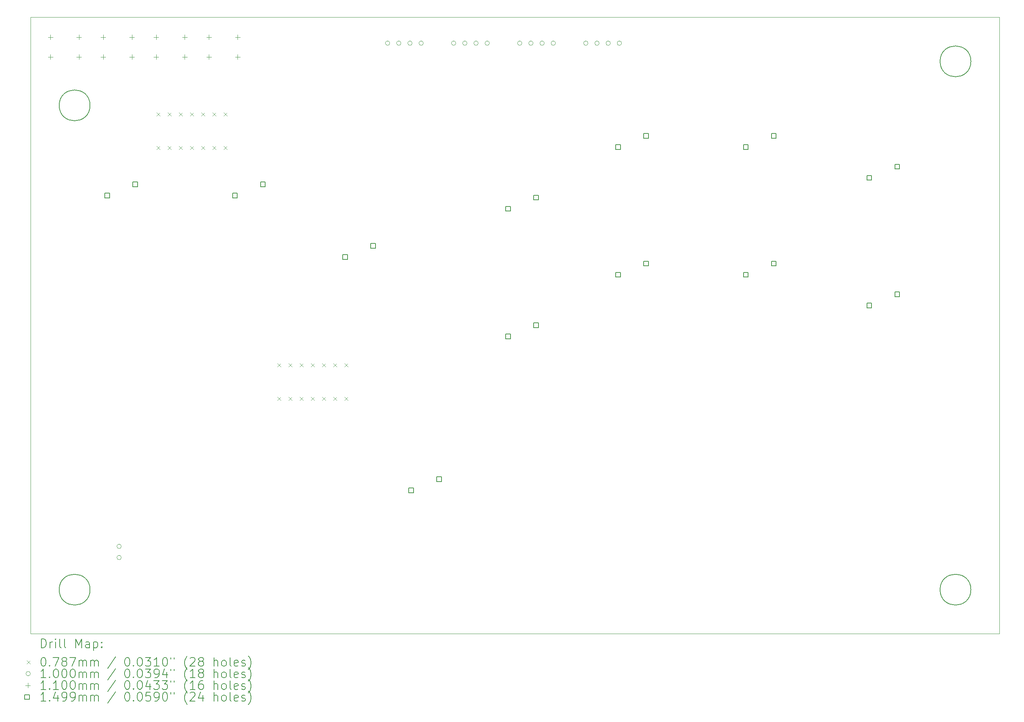
<source format=gbr>
%TF.GenerationSoftware,KiCad,Pcbnew,7.0.2*%
%TF.CreationDate,2023-06-15T01:27:32-07:00*%
%TF.ProjectId,DS5,4453352e-6b69-4636-9164-5f7063625858,rev?*%
%TF.SameCoordinates,Original*%
%TF.FileFunction,Drillmap*%
%TF.FilePolarity,Positive*%
%FSLAX45Y45*%
G04 Gerber Fmt 4.5, Leading zero omitted, Abs format (unit mm)*
G04 Created by KiCad (PCBNEW 7.0.2) date 2023-06-15 01:27:32*
%MOMM*%
%LPD*%
G01*
G04 APERTURE LIST*
%ADD10C,0.150000*%
%ADD11C,0.100000*%
%ADD12C,0.200000*%
%ADD13C,0.078740*%
%ADD14C,0.110000*%
%ADD15C,0.149860*%
G04 APERTURE END LIST*
D10*
X3150000Y-3700000D02*
G75*
G03*
X3150000Y-3700000I-350000J0D01*
G01*
X3150000Y-14700000D02*
G75*
G03*
X3150000Y-14700000I-350000J0D01*
G01*
X23150000Y-14700000D02*
G75*
G03*
X23150000Y-14700000I-350000J0D01*
G01*
X23150000Y-2700000D02*
G75*
G03*
X23150000Y-2700000I-350000J0D01*
G01*
D11*
X1800000Y-1700000D02*
X23800000Y-1700000D01*
X23800000Y-15700000D01*
X1800000Y-15700000D01*
X1800000Y-1700000D01*
D12*
D13*
X4660630Y-3860630D02*
X4739370Y-3939370D01*
X4739370Y-3860630D02*
X4660630Y-3939370D01*
X4660630Y-4622630D02*
X4739370Y-4701370D01*
X4739370Y-4622630D02*
X4660630Y-4701370D01*
X4914630Y-3860630D02*
X4993370Y-3939370D01*
X4993370Y-3860630D02*
X4914630Y-3939370D01*
X4914630Y-4622630D02*
X4993370Y-4701370D01*
X4993370Y-4622630D02*
X4914630Y-4701370D01*
X5168630Y-3860630D02*
X5247370Y-3939370D01*
X5247370Y-3860630D02*
X5168630Y-3939370D01*
X5168630Y-4622630D02*
X5247370Y-4701370D01*
X5247370Y-4622630D02*
X5168630Y-4701370D01*
X5422630Y-3860630D02*
X5501370Y-3939370D01*
X5501370Y-3860630D02*
X5422630Y-3939370D01*
X5422630Y-4622630D02*
X5501370Y-4701370D01*
X5501370Y-4622630D02*
X5422630Y-4701370D01*
X5676630Y-3860630D02*
X5755370Y-3939370D01*
X5755370Y-3860630D02*
X5676630Y-3939370D01*
X5676630Y-4622630D02*
X5755370Y-4701370D01*
X5755370Y-4622630D02*
X5676630Y-4701370D01*
X5930630Y-3860630D02*
X6009370Y-3939370D01*
X6009370Y-3860630D02*
X5930630Y-3939370D01*
X5930630Y-4622630D02*
X6009370Y-4701370D01*
X6009370Y-4622630D02*
X5930630Y-4701370D01*
X6184630Y-3860630D02*
X6263370Y-3939370D01*
X6263370Y-3860630D02*
X6184630Y-3939370D01*
X6184630Y-4622630D02*
X6263370Y-4701370D01*
X6263370Y-4622630D02*
X6184630Y-4701370D01*
X7406630Y-9560630D02*
X7485370Y-9639370D01*
X7485370Y-9560630D02*
X7406630Y-9639370D01*
X7406630Y-10322630D02*
X7485370Y-10401370D01*
X7485370Y-10322630D02*
X7406630Y-10401370D01*
X7660630Y-9560630D02*
X7739370Y-9639370D01*
X7739370Y-9560630D02*
X7660630Y-9639370D01*
X7660630Y-10322630D02*
X7739370Y-10401370D01*
X7739370Y-10322630D02*
X7660630Y-10401370D01*
X7914630Y-9560630D02*
X7993370Y-9639370D01*
X7993370Y-9560630D02*
X7914630Y-9639370D01*
X7914630Y-10322630D02*
X7993370Y-10401370D01*
X7993370Y-10322630D02*
X7914630Y-10401370D01*
X8168630Y-9560630D02*
X8247370Y-9639370D01*
X8247370Y-9560630D02*
X8168630Y-9639370D01*
X8168630Y-10322630D02*
X8247370Y-10401370D01*
X8247370Y-10322630D02*
X8168630Y-10401370D01*
X8422630Y-9560630D02*
X8501370Y-9639370D01*
X8501370Y-9560630D02*
X8422630Y-9639370D01*
X8422630Y-10322630D02*
X8501370Y-10401370D01*
X8501370Y-10322630D02*
X8422630Y-10401370D01*
X8676630Y-9560630D02*
X8755370Y-9639370D01*
X8755370Y-9560630D02*
X8676630Y-9639370D01*
X8676630Y-10322630D02*
X8755370Y-10401370D01*
X8755370Y-10322630D02*
X8676630Y-10401370D01*
X8930630Y-9560630D02*
X9009370Y-9639370D01*
X9009370Y-9560630D02*
X8930630Y-9639370D01*
X8930630Y-10322630D02*
X9009370Y-10401370D01*
X9009370Y-10322630D02*
X8930630Y-10401370D01*
D11*
X3860000Y-13716000D02*
G75*
G03*
X3860000Y-13716000I-50000J0D01*
G01*
X3860000Y-13970000D02*
G75*
G03*
X3860000Y-13970000I-50000J0D01*
G01*
X9956000Y-2286000D02*
G75*
G03*
X9956000Y-2286000I-50000J0D01*
G01*
X10210000Y-2286000D02*
G75*
G03*
X10210000Y-2286000I-50000J0D01*
G01*
X10464000Y-2286000D02*
G75*
G03*
X10464000Y-2286000I-50000J0D01*
G01*
X10718000Y-2286000D02*
G75*
G03*
X10718000Y-2286000I-50000J0D01*
G01*
X11456000Y-2286000D02*
G75*
G03*
X11456000Y-2286000I-50000J0D01*
G01*
X11710000Y-2286000D02*
G75*
G03*
X11710000Y-2286000I-50000J0D01*
G01*
X11964000Y-2286000D02*
G75*
G03*
X11964000Y-2286000I-50000J0D01*
G01*
X12218000Y-2286000D02*
G75*
G03*
X12218000Y-2286000I-50000J0D01*
G01*
X12956000Y-2286000D02*
G75*
G03*
X12956000Y-2286000I-50000J0D01*
G01*
X13210000Y-2286000D02*
G75*
G03*
X13210000Y-2286000I-50000J0D01*
G01*
X13464000Y-2286000D02*
G75*
G03*
X13464000Y-2286000I-50000J0D01*
G01*
X13718000Y-2286000D02*
G75*
G03*
X13718000Y-2286000I-50000J0D01*
G01*
X14456000Y-2286000D02*
G75*
G03*
X14456000Y-2286000I-50000J0D01*
G01*
X14710000Y-2286000D02*
G75*
G03*
X14710000Y-2286000I-50000J0D01*
G01*
X14964000Y-2286000D02*
G75*
G03*
X14964000Y-2286000I-50000J0D01*
G01*
X15218000Y-2286000D02*
G75*
G03*
X15218000Y-2286000I-50000J0D01*
G01*
D14*
X2250000Y-2095000D02*
X2250000Y-2205000D01*
X2195000Y-2150000D02*
X2305000Y-2150000D01*
X2250000Y-2545000D02*
X2250000Y-2655000D01*
X2195000Y-2600000D02*
X2305000Y-2600000D01*
X2900000Y-2095000D02*
X2900000Y-2205000D01*
X2845000Y-2150000D02*
X2955000Y-2150000D01*
X2900000Y-2545000D02*
X2900000Y-2655000D01*
X2845000Y-2600000D02*
X2955000Y-2600000D01*
X3450000Y-2095000D02*
X3450000Y-2205000D01*
X3395000Y-2150000D02*
X3505000Y-2150000D01*
X3450000Y-2545000D02*
X3450000Y-2655000D01*
X3395000Y-2600000D02*
X3505000Y-2600000D01*
X4100000Y-2095000D02*
X4100000Y-2205000D01*
X4045000Y-2150000D02*
X4155000Y-2150000D01*
X4100000Y-2545000D02*
X4100000Y-2655000D01*
X4045000Y-2600000D02*
X4155000Y-2600000D01*
X4650000Y-2095000D02*
X4650000Y-2205000D01*
X4595000Y-2150000D02*
X4705000Y-2150000D01*
X4650000Y-2545000D02*
X4650000Y-2655000D01*
X4595000Y-2600000D02*
X4705000Y-2600000D01*
X5300000Y-2095000D02*
X5300000Y-2205000D01*
X5245000Y-2150000D02*
X5355000Y-2150000D01*
X5300000Y-2545000D02*
X5300000Y-2655000D01*
X5245000Y-2600000D02*
X5355000Y-2600000D01*
X5850000Y-2095000D02*
X5850000Y-2205000D01*
X5795000Y-2150000D02*
X5905000Y-2150000D01*
X5850000Y-2545000D02*
X5850000Y-2655000D01*
X5795000Y-2600000D02*
X5905000Y-2600000D01*
X6500000Y-2095000D02*
X6500000Y-2205000D01*
X6445000Y-2150000D02*
X6555000Y-2150000D01*
X6500000Y-2545000D02*
X6500000Y-2655000D01*
X6445000Y-2600000D02*
X6555000Y-2600000D01*
D15*
X3592984Y-5798984D02*
X3592984Y-5693016D01*
X3487016Y-5693016D01*
X3487016Y-5798984D01*
X3592984Y-5798984D01*
X4227984Y-5544984D02*
X4227984Y-5439016D01*
X4122016Y-5439016D01*
X4122016Y-5544984D01*
X4227984Y-5544984D01*
X6492984Y-5798984D02*
X6492984Y-5693016D01*
X6387016Y-5693016D01*
X6387016Y-5798984D01*
X6492984Y-5798984D01*
X7127984Y-5544984D02*
X7127984Y-5439016D01*
X7022016Y-5439016D01*
X7022016Y-5544984D01*
X7127984Y-5544984D01*
X8992984Y-7198984D02*
X8992984Y-7093016D01*
X8887016Y-7093016D01*
X8887016Y-7198984D01*
X8992984Y-7198984D01*
X9627984Y-6944984D02*
X9627984Y-6839016D01*
X9522016Y-6839016D01*
X9522016Y-6944984D01*
X9627984Y-6944984D01*
X10492984Y-12498984D02*
X10492984Y-12393016D01*
X10387016Y-12393016D01*
X10387016Y-12498984D01*
X10492984Y-12498984D01*
X11127984Y-12244984D02*
X11127984Y-12139016D01*
X11022016Y-12139016D01*
X11022016Y-12244984D01*
X11127984Y-12244984D01*
X12692984Y-6098984D02*
X12692984Y-5993016D01*
X12587016Y-5993016D01*
X12587016Y-6098984D01*
X12692984Y-6098984D01*
X12692984Y-8998984D02*
X12692984Y-8893016D01*
X12587016Y-8893016D01*
X12587016Y-8998984D01*
X12692984Y-8998984D01*
X13327984Y-5844984D02*
X13327984Y-5739016D01*
X13222016Y-5739016D01*
X13222016Y-5844984D01*
X13327984Y-5844984D01*
X13327984Y-8744984D02*
X13327984Y-8639016D01*
X13222016Y-8639016D01*
X13222016Y-8744984D01*
X13327984Y-8744984D01*
X15192984Y-4698984D02*
X15192984Y-4593016D01*
X15087016Y-4593016D01*
X15087016Y-4698984D01*
X15192984Y-4698984D01*
X15192984Y-7598984D02*
X15192984Y-7493016D01*
X15087016Y-7493016D01*
X15087016Y-7598984D01*
X15192984Y-7598984D01*
X15827984Y-4444984D02*
X15827984Y-4339016D01*
X15722016Y-4339016D01*
X15722016Y-4444984D01*
X15827984Y-4444984D01*
X15827984Y-7344984D02*
X15827984Y-7239016D01*
X15722016Y-7239016D01*
X15722016Y-7344984D01*
X15827984Y-7344984D01*
X18092984Y-4698984D02*
X18092984Y-4593016D01*
X17987016Y-4593016D01*
X17987016Y-4698984D01*
X18092984Y-4698984D01*
X18092984Y-7598984D02*
X18092984Y-7493016D01*
X17987016Y-7493016D01*
X17987016Y-7598984D01*
X18092984Y-7598984D01*
X18727984Y-4444984D02*
X18727984Y-4339016D01*
X18622016Y-4339016D01*
X18622016Y-4444984D01*
X18727984Y-4444984D01*
X18727984Y-7344984D02*
X18727984Y-7239016D01*
X18622016Y-7239016D01*
X18622016Y-7344984D01*
X18727984Y-7344984D01*
X20892984Y-5398984D02*
X20892984Y-5293016D01*
X20787016Y-5293016D01*
X20787016Y-5398984D01*
X20892984Y-5398984D01*
X20892984Y-8298984D02*
X20892984Y-8193016D01*
X20787016Y-8193016D01*
X20787016Y-8298984D01*
X20892984Y-8298984D01*
X21527984Y-5144984D02*
X21527984Y-5039016D01*
X21422016Y-5039016D01*
X21422016Y-5144984D01*
X21527984Y-5144984D01*
X21527984Y-8044984D02*
X21527984Y-7939016D01*
X21422016Y-7939016D01*
X21422016Y-8044984D01*
X21527984Y-8044984D01*
D12*
X2042619Y-16017524D02*
X2042619Y-15817524D01*
X2042619Y-15817524D02*
X2090238Y-15817524D01*
X2090238Y-15817524D02*
X2118810Y-15827048D01*
X2118810Y-15827048D02*
X2137857Y-15846095D01*
X2137857Y-15846095D02*
X2147381Y-15865143D01*
X2147381Y-15865143D02*
X2156905Y-15903238D01*
X2156905Y-15903238D02*
X2156905Y-15931809D01*
X2156905Y-15931809D02*
X2147381Y-15969905D01*
X2147381Y-15969905D02*
X2137857Y-15988952D01*
X2137857Y-15988952D02*
X2118810Y-16008000D01*
X2118810Y-16008000D02*
X2090238Y-16017524D01*
X2090238Y-16017524D02*
X2042619Y-16017524D01*
X2242619Y-16017524D02*
X2242619Y-15884190D01*
X2242619Y-15922286D02*
X2252143Y-15903238D01*
X2252143Y-15903238D02*
X2261667Y-15893714D01*
X2261667Y-15893714D02*
X2280714Y-15884190D01*
X2280714Y-15884190D02*
X2299762Y-15884190D01*
X2366429Y-16017524D02*
X2366429Y-15884190D01*
X2366429Y-15817524D02*
X2356905Y-15827048D01*
X2356905Y-15827048D02*
X2366429Y-15836571D01*
X2366429Y-15836571D02*
X2375952Y-15827048D01*
X2375952Y-15827048D02*
X2366429Y-15817524D01*
X2366429Y-15817524D02*
X2366429Y-15836571D01*
X2490238Y-16017524D02*
X2471190Y-16008000D01*
X2471190Y-16008000D02*
X2461667Y-15988952D01*
X2461667Y-15988952D02*
X2461667Y-15817524D01*
X2595000Y-16017524D02*
X2575952Y-16008000D01*
X2575952Y-16008000D02*
X2566429Y-15988952D01*
X2566429Y-15988952D02*
X2566429Y-15817524D01*
X2823571Y-16017524D02*
X2823571Y-15817524D01*
X2823571Y-15817524D02*
X2890238Y-15960381D01*
X2890238Y-15960381D02*
X2956905Y-15817524D01*
X2956905Y-15817524D02*
X2956905Y-16017524D01*
X3137857Y-16017524D02*
X3137857Y-15912762D01*
X3137857Y-15912762D02*
X3128333Y-15893714D01*
X3128333Y-15893714D02*
X3109286Y-15884190D01*
X3109286Y-15884190D02*
X3071190Y-15884190D01*
X3071190Y-15884190D02*
X3052143Y-15893714D01*
X3137857Y-16008000D02*
X3118809Y-16017524D01*
X3118809Y-16017524D02*
X3071190Y-16017524D01*
X3071190Y-16017524D02*
X3052143Y-16008000D01*
X3052143Y-16008000D02*
X3042619Y-15988952D01*
X3042619Y-15988952D02*
X3042619Y-15969905D01*
X3042619Y-15969905D02*
X3052143Y-15950857D01*
X3052143Y-15950857D02*
X3071190Y-15941333D01*
X3071190Y-15941333D02*
X3118809Y-15941333D01*
X3118809Y-15941333D02*
X3137857Y-15931809D01*
X3233095Y-15884190D02*
X3233095Y-16084190D01*
X3233095Y-15893714D02*
X3252143Y-15884190D01*
X3252143Y-15884190D02*
X3290238Y-15884190D01*
X3290238Y-15884190D02*
X3309286Y-15893714D01*
X3309286Y-15893714D02*
X3318809Y-15903238D01*
X3318809Y-15903238D02*
X3328333Y-15922286D01*
X3328333Y-15922286D02*
X3328333Y-15979428D01*
X3328333Y-15979428D02*
X3318809Y-15998476D01*
X3318809Y-15998476D02*
X3309286Y-16008000D01*
X3309286Y-16008000D02*
X3290238Y-16017524D01*
X3290238Y-16017524D02*
X3252143Y-16017524D01*
X3252143Y-16017524D02*
X3233095Y-16008000D01*
X3414048Y-15998476D02*
X3423571Y-16008000D01*
X3423571Y-16008000D02*
X3414048Y-16017524D01*
X3414048Y-16017524D02*
X3404524Y-16008000D01*
X3404524Y-16008000D02*
X3414048Y-15998476D01*
X3414048Y-15998476D02*
X3414048Y-16017524D01*
X3414048Y-15893714D02*
X3423571Y-15903238D01*
X3423571Y-15903238D02*
X3414048Y-15912762D01*
X3414048Y-15912762D02*
X3404524Y-15903238D01*
X3404524Y-15903238D02*
X3414048Y-15893714D01*
X3414048Y-15893714D02*
X3414048Y-15912762D01*
D13*
X1716260Y-16305630D02*
X1795000Y-16384370D01*
X1795000Y-16305630D02*
X1716260Y-16384370D01*
D12*
X2080714Y-16237524D02*
X2099762Y-16237524D01*
X2099762Y-16237524D02*
X2118810Y-16247048D01*
X2118810Y-16247048D02*
X2128333Y-16256571D01*
X2128333Y-16256571D02*
X2137857Y-16275619D01*
X2137857Y-16275619D02*
X2147381Y-16313714D01*
X2147381Y-16313714D02*
X2147381Y-16361333D01*
X2147381Y-16361333D02*
X2137857Y-16399428D01*
X2137857Y-16399428D02*
X2128333Y-16418476D01*
X2128333Y-16418476D02*
X2118810Y-16428000D01*
X2118810Y-16428000D02*
X2099762Y-16437524D01*
X2099762Y-16437524D02*
X2080714Y-16437524D01*
X2080714Y-16437524D02*
X2061667Y-16428000D01*
X2061667Y-16428000D02*
X2052143Y-16418476D01*
X2052143Y-16418476D02*
X2042619Y-16399428D01*
X2042619Y-16399428D02*
X2033095Y-16361333D01*
X2033095Y-16361333D02*
X2033095Y-16313714D01*
X2033095Y-16313714D02*
X2042619Y-16275619D01*
X2042619Y-16275619D02*
X2052143Y-16256571D01*
X2052143Y-16256571D02*
X2061667Y-16247048D01*
X2061667Y-16247048D02*
X2080714Y-16237524D01*
X2233095Y-16418476D02*
X2242619Y-16428000D01*
X2242619Y-16428000D02*
X2233095Y-16437524D01*
X2233095Y-16437524D02*
X2223571Y-16428000D01*
X2223571Y-16428000D02*
X2233095Y-16418476D01*
X2233095Y-16418476D02*
X2233095Y-16437524D01*
X2309286Y-16237524D02*
X2442619Y-16237524D01*
X2442619Y-16237524D02*
X2356905Y-16437524D01*
X2547381Y-16323238D02*
X2528333Y-16313714D01*
X2528333Y-16313714D02*
X2518810Y-16304190D01*
X2518810Y-16304190D02*
X2509286Y-16285143D01*
X2509286Y-16285143D02*
X2509286Y-16275619D01*
X2509286Y-16275619D02*
X2518810Y-16256571D01*
X2518810Y-16256571D02*
X2528333Y-16247048D01*
X2528333Y-16247048D02*
X2547381Y-16237524D01*
X2547381Y-16237524D02*
X2585476Y-16237524D01*
X2585476Y-16237524D02*
X2604524Y-16247048D01*
X2604524Y-16247048D02*
X2614048Y-16256571D01*
X2614048Y-16256571D02*
X2623571Y-16275619D01*
X2623571Y-16275619D02*
X2623571Y-16285143D01*
X2623571Y-16285143D02*
X2614048Y-16304190D01*
X2614048Y-16304190D02*
X2604524Y-16313714D01*
X2604524Y-16313714D02*
X2585476Y-16323238D01*
X2585476Y-16323238D02*
X2547381Y-16323238D01*
X2547381Y-16323238D02*
X2528333Y-16332762D01*
X2528333Y-16332762D02*
X2518810Y-16342286D01*
X2518810Y-16342286D02*
X2509286Y-16361333D01*
X2509286Y-16361333D02*
X2509286Y-16399428D01*
X2509286Y-16399428D02*
X2518810Y-16418476D01*
X2518810Y-16418476D02*
X2528333Y-16428000D01*
X2528333Y-16428000D02*
X2547381Y-16437524D01*
X2547381Y-16437524D02*
X2585476Y-16437524D01*
X2585476Y-16437524D02*
X2604524Y-16428000D01*
X2604524Y-16428000D02*
X2614048Y-16418476D01*
X2614048Y-16418476D02*
X2623571Y-16399428D01*
X2623571Y-16399428D02*
X2623571Y-16361333D01*
X2623571Y-16361333D02*
X2614048Y-16342286D01*
X2614048Y-16342286D02*
X2604524Y-16332762D01*
X2604524Y-16332762D02*
X2585476Y-16323238D01*
X2690238Y-16237524D02*
X2823571Y-16237524D01*
X2823571Y-16237524D02*
X2737857Y-16437524D01*
X2899762Y-16437524D02*
X2899762Y-16304190D01*
X2899762Y-16323238D02*
X2909286Y-16313714D01*
X2909286Y-16313714D02*
X2928333Y-16304190D01*
X2928333Y-16304190D02*
X2956905Y-16304190D01*
X2956905Y-16304190D02*
X2975952Y-16313714D01*
X2975952Y-16313714D02*
X2985476Y-16332762D01*
X2985476Y-16332762D02*
X2985476Y-16437524D01*
X2985476Y-16332762D02*
X2995000Y-16313714D01*
X2995000Y-16313714D02*
X3014048Y-16304190D01*
X3014048Y-16304190D02*
X3042619Y-16304190D01*
X3042619Y-16304190D02*
X3061667Y-16313714D01*
X3061667Y-16313714D02*
X3071190Y-16332762D01*
X3071190Y-16332762D02*
X3071190Y-16437524D01*
X3166429Y-16437524D02*
X3166429Y-16304190D01*
X3166429Y-16323238D02*
X3175952Y-16313714D01*
X3175952Y-16313714D02*
X3195000Y-16304190D01*
X3195000Y-16304190D02*
X3223571Y-16304190D01*
X3223571Y-16304190D02*
X3242619Y-16313714D01*
X3242619Y-16313714D02*
X3252143Y-16332762D01*
X3252143Y-16332762D02*
X3252143Y-16437524D01*
X3252143Y-16332762D02*
X3261667Y-16313714D01*
X3261667Y-16313714D02*
X3280714Y-16304190D01*
X3280714Y-16304190D02*
X3309286Y-16304190D01*
X3309286Y-16304190D02*
X3328333Y-16313714D01*
X3328333Y-16313714D02*
X3337857Y-16332762D01*
X3337857Y-16332762D02*
X3337857Y-16437524D01*
X3728333Y-16228000D02*
X3556905Y-16485143D01*
X3985476Y-16237524D02*
X4004524Y-16237524D01*
X4004524Y-16237524D02*
X4023572Y-16247048D01*
X4023572Y-16247048D02*
X4033095Y-16256571D01*
X4033095Y-16256571D02*
X4042619Y-16275619D01*
X4042619Y-16275619D02*
X4052143Y-16313714D01*
X4052143Y-16313714D02*
X4052143Y-16361333D01*
X4052143Y-16361333D02*
X4042619Y-16399428D01*
X4042619Y-16399428D02*
X4033095Y-16418476D01*
X4033095Y-16418476D02*
X4023572Y-16428000D01*
X4023572Y-16428000D02*
X4004524Y-16437524D01*
X4004524Y-16437524D02*
X3985476Y-16437524D01*
X3985476Y-16437524D02*
X3966429Y-16428000D01*
X3966429Y-16428000D02*
X3956905Y-16418476D01*
X3956905Y-16418476D02*
X3947381Y-16399428D01*
X3947381Y-16399428D02*
X3937857Y-16361333D01*
X3937857Y-16361333D02*
X3937857Y-16313714D01*
X3937857Y-16313714D02*
X3947381Y-16275619D01*
X3947381Y-16275619D02*
X3956905Y-16256571D01*
X3956905Y-16256571D02*
X3966429Y-16247048D01*
X3966429Y-16247048D02*
X3985476Y-16237524D01*
X4137857Y-16418476D02*
X4147381Y-16428000D01*
X4147381Y-16428000D02*
X4137857Y-16437524D01*
X4137857Y-16437524D02*
X4128333Y-16428000D01*
X4128333Y-16428000D02*
X4137857Y-16418476D01*
X4137857Y-16418476D02*
X4137857Y-16437524D01*
X4271191Y-16237524D02*
X4290238Y-16237524D01*
X4290238Y-16237524D02*
X4309286Y-16247048D01*
X4309286Y-16247048D02*
X4318810Y-16256571D01*
X4318810Y-16256571D02*
X4328334Y-16275619D01*
X4328334Y-16275619D02*
X4337857Y-16313714D01*
X4337857Y-16313714D02*
X4337857Y-16361333D01*
X4337857Y-16361333D02*
X4328334Y-16399428D01*
X4328334Y-16399428D02*
X4318810Y-16418476D01*
X4318810Y-16418476D02*
X4309286Y-16428000D01*
X4309286Y-16428000D02*
X4290238Y-16437524D01*
X4290238Y-16437524D02*
X4271191Y-16437524D01*
X4271191Y-16437524D02*
X4252143Y-16428000D01*
X4252143Y-16428000D02*
X4242619Y-16418476D01*
X4242619Y-16418476D02*
X4233095Y-16399428D01*
X4233095Y-16399428D02*
X4223572Y-16361333D01*
X4223572Y-16361333D02*
X4223572Y-16313714D01*
X4223572Y-16313714D02*
X4233095Y-16275619D01*
X4233095Y-16275619D02*
X4242619Y-16256571D01*
X4242619Y-16256571D02*
X4252143Y-16247048D01*
X4252143Y-16247048D02*
X4271191Y-16237524D01*
X4404524Y-16237524D02*
X4528334Y-16237524D01*
X4528334Y-16237524D02*
X4461667Y-16313714D01*
X4461667Y-16313714D02*
X4490238Y-16313714D01*
X4490238Y-16313714D02*
X4509286Y-16323238D01*
X4509286Y-16323238D02*
X4518810Y-16332762D01*
X4518810Y-16332762D02*
X4528334Y-16351809D01*
X4528334Y-16351809D02*
X4528334Y-16399428D01*
X4528334Y-16399428D02*
X4518810Y-16418476D01*
X4518810Y-16418476D02*
X4509286Y-16428000D01*
X4509286Y-16428000D02*
X4490238Y-16437524D01*
X4490238Y-16437524D02*
X4433095Y-16437524D01*
X4433095Y-16437524D02*
X4414048Y-16428000D01*
X4414048Y-16428000D02*
X4404524Y-16418476D01*
X4718810Y-16437524D02*
X4604524Y-16437524D01*
X4661667Y-16437524D02*
X4661667Y-16237524D01*
X4661667Y-16237524D02*
X4642619Y-16266095D01*
X4642619Y-16266095D02*
X4623572Y-16285143D01*
X4623572Y-16285143D02*
X4604524Y-16294667D01*
X4842619Y-16237524D02*
X4861667Y-16237524D01*
X4861667Y-16237524D02*
X4880715Y-16247048D01*
X4880715Y-16247048D02*
X4890238Y-16256571D01*
X4890238Y-16256571D02*
X4899762Y-16275619D01*
X4899762Y-16275619D02*
X4909286Y-16313714D01*
X4909286Y-16313714D02*
X4909286Y-16361333D01*
X4909286Y-16361333D02*
X4899762Y-16399428D01*
X4899762Y-16399428D02*
X4890238Y-16418476D01*
X4890238Y-16418476D02*
X4880715Y-16428000D01*
X4880715Y-16428000D02*
X4861667Y-16437524D01*
X4861667Y-16437524D02*
X4842619Y-16437524D01*
X4842619Y-16437524D02*
X4823572Y-16428000D01*
X4823572Y-16428000D02*
X4814048Y-16418476D01*
X4814048Y-16418476D02*
X4804524Y-16399428D01*
X4804524Y-16399428D02*
X4795000Y-16361333D01*
X4795000Y-16361333D02*
X4795000Y-16313714D01*
X4795000Y-16313714D02*
X4804524Y-16275619D01*
X4804524Y-16275619D02*
X4814048Y-16256571D01*
X4814048Y-16256571D02*
X4823572Y-16247048D01*
X4823572Y-16247048D02*
X4842619Y-16237524D01*
X4985476Y-16237524D02*
X4985476Y-16275619D01*
X5061667Y-16237524D02*
X5061667Y-16275619D01*
X5356905Y-16513714D02*
X5347381Y-16504190D01*
X5347381Y-16504190D02*
X5328334Y-16475619D01*
X5328334Y-16475619D02*
X5318810Y-16456571D01*
X5318810Y-16456571D02*
X5309286Y-16428000D01*
X5309286Y-16428000D02*
X5299762Y-16380381D01*
X5299762Y-16380381D02*
X5299762Y-16342286D01*
X5299762Y-16342286D02*
X5309286Y-16294667D01*
X5309286Y-16294667D02*
X5318810Y-16266095D01*
X5318810Y-16266095D02*
X5328334Y-16247048D01*
X5328334Y-16247048D02*
X5347381Y-16218476D01*
X5347381Y-16218476D02*
X5356905Y-16208952D01*
X5423572Y-16256571D02*
X5433096Y-16247048D01*
X5433096Y-16247048D02*
X5452143Y-16237524D01*
X5452143Y-16237524D02*
X5499762Y-16237524D01*
X5499762Y-16237524D02*
X5518810Y-16247048D01*
X5518810Y-16247048D02*
X5528334Y-16256571D01*
X5528334Y-16256571D02*
X5537857Y-16275619D01*
X5537857Y-16275619D02*
X5537857Y-16294667D01*
X5537857Y-16294667D02*
X5528334Y-16323238D01*
X5528334Y-16323238D02*
X5414048Y-16437524D01*
X5414048Y-16437524D02*
X5537857Y-16437524D01*
X5652143Y-16323238D02*
X5633095Y-16313714D01*
X5633095Y-16313714D02*
X5623572Y-16304190D01*
X5623572Y-16304190D02*
X5614048Y-16285143D01*
X5614048Y-16285143D02*
X5614048Y-16275619D01*
X5614048Y-16275619D02*
X5623572Y-16256571D01*
X5623572Y-16256571D02*
X5633095Y-16247048D01*
X5633095Y-16247048D02*
X5652143Y-16237524D01*
X5652143Y-16237524D02*
X5690238Y-16237524D01*
X5690238Y-16237524D02*
X5709286Y-16247048D01*
X5709286Y-16247048D02*
X5718810Y-16256571D01*
X5718810Y-16256571D02*
X5728334Y-16275619D01*
X5728334Y-16275619D02*
X5728334Y-16285143D01*
X5728334Y-16285143D02*
X5718810Y-16304190D01*
X5718810Y-16304190D02*
X5709286Y-16313714D01*
X5709286Y-16313714D02*
X5690238Y-16323238D01*
X5690238Y-16323238D02*
X5652143Y-16323238D01*
X5652143Y-16323238D02*
X5633095Y-16332762D01*
X5633095Y-16332762D02*
X5623572Y-16342286D01*
X5623572Y-16342286D02*
X5614048Y-16361333D01*
X5614048Y-16361333D02*
X5614048Y-16399428D01*
X5614048Y-16399428D02*
X5623572Y-16418476D01*
X5623572Y-16418476D02*
X5633095Y-16428000D01*
X5633095Y-16428000D02*
X5652143Y-16437524D01*
X5652143Y-16437524D02*
X5690238Y-16437524D01*
X5690238Y-16437524D02*
X5709286Y-16428000D01*
X5709286Y-16428000D02*
X5718810Y-16418476D01*
X5718810Y-16418476D02*
X5728334Y-16399428D01*
X5728334Y-16399428D02*
X5728334Y-16361333D01*
X5728334Y-16361333D02*
X5718810Y-16342286D01*
X5718810Y-16342286D02*
X5709286Y-16332762D01*
X5709286Y-16332762D02*
X5690238Y-16323238D01*
X5966429Y-16437524D02*
X5966429Y-16237524D01*
X6052143Y-16437524D02*
X6052143Y-16332762D01*
X6052143Y-16332762D02*
X6042619Y-16313714D01*
X6042619Y-16313714D02*
X6023572Y-16304190D01*
X6023572Y-16304190D02*
X5995000Y-16304190D01*
X5995000Y-16304190D02*
X5975953Y-16313714D01*
X5975953Y-16313714D02*
X5966429Y-16323238D01*
X6175953Y-16437524D02*
X6156905Y-16428000D01*
X6156905Y-16428000D02*
X6147381Y-16418476D01*
X6147381Y-16418476D02*
X6137857Y-16399428D01*
X6137857Y-16399428D02*
X6137857Y-16342286D01*
X6137857Y-16342286D02*
X6147381Y-16323238D01*
X6147381Y-16323238D02*
X6156905Y-16313714D01*
X6156905Y-16313714D02*
X6175953Y-16304190D01*
X6175953Y-16304190D02*
X6204524Y-16304190D01*
X6204524Y-16304190D02*
X6223572Y-16313714D01*
X6223572Y-16313714D02*
X6233096Y-16323238D01*
X6233096Y-16323238D02*
X6242619Y-16342286D01*
X6242619Y-16342286D02*
X6242619Y-16399428D01*
X6242619Y-16399428D02*
X6233096Y-16418476D01*
X6233096Y-16418476D02*
X6223572Y-16428000D01*
X6223572Y-16428000D02*
X6204524Y-16437524D01*
X6204524Y-16437524D02*
X6175953Y-16437524D01*
X6356905Y-16437524D02*
X6337857Y-16428000D01*
X6337857Y-16428000D02*
X6328334Y-16408952D01*
X6328334Y-16408952D02*
X6328334Y-16237524D01*
X6509286Y-16428000D02*
X6490238Y-16437524D01*
X6490238Y-16437524D02*
X6452143Y-16437524D01*
X6452143Y-16437524D02*
X6433096Y-16428000D01*
X6433096Y-16428000D02*
X6423572Y-16408952D01*
X6423572Y-16408952D02*
X6423572Y-16332762D01*
X6423572Y-16332762D02*
X6433096Y-16313714D01*
X6433096Y-16313714D02*
X6452143Y-16304190D01*
X6452143Y-16304190D02*
X6490238Y-16304190D01*
X6490238Y-16304190D02*
X6509286Y-16313714D01*
X6509286Y-16313714D02*
X6518810Y-16332762D01*
X6518810Y-16332762D02*
X6518810Y-16351809D01*
X6518810Y-16351809D02*
X6423572Y-16370857D01*
X6595000Y-16428000D02*
X6614048Y-16437524D01*
X6614048Y-16437524D02*
X6652143Y-16437524D01*
X6652143Y-16437524D02*
X6671191Y-16428000D01*
X6671191Y-16428000D02*
X6680715Y-16408952D01*
X6680715Y-16408952D02*
X6680715Y-16399428D01*
X6680715Y-16399428D02*
X6671191Y-16380381D01*
X6671191Y-16380381D02*
X6652143Y-16370857D01*
X6652143Y-16370857D02*
X6623572Y-16370857D01*
X6623572Y-16370857D02*
X6604524Y-16361333D01*
X6604524Y-16361333D02*
X6595000Y-16342286D01*
X6595000Y-16342286D02*
X6595000Y-16332762D01*
X6595000Y-16332762D02*
X6604524Y-16313714D01*
X6604524Y-16313714D02*
X6623572Y-16304190D01*
X6623572Y-16304190D02*
X6652143Y-16304190D01*
X6652143Y-16304190D02*
X6671191Y-16313714D01*
X6747381Y-16513714D02*
X6756905Y-16504190D01*
X6756905Y-16504190D02*
X6775953Y-16475619D01*
X6775953Y-16475619D02*
X6785477Y-16456571D01*
X6785477Y-16456571D02*
X6795000Y-16428000D01*
X6795000Y-16428000D02*
X6804524Y-16380381D01*
X6804524Y-16380381D02*
X6804524Y-16342286D01*
X6804524Y-16342286D02*
X6795000Y-16294667D01*
X6795000Y-16294667D02*
X6785477Y-16266095D01*
X6785477Y-16266095D02*
X6775953Y-16247048D01*
X6775953Y-16247048D02*
X6756905Y-16218476D01*
X6756905Y-16218476D02*
X6747381Y-16208952D01*
D11*
X1795000Y-16609000D02*
G75*
G03*
X1795000Y-16609000I-50000J0D01*
G01*
D12*
X2147381Y-16701524D02*
X2033095Y-16701524D01*
X2090238Y-16701524D02*
X2090238Y-16501524D01*
X2090238Y-16501524D02*
X2071190Y-16530095D01*
X2071190Y-16530095D02*
X2052143Y-16549143D01*
X2052143Y-16549143D02*
X2033095Y-16558667D01*
X2233095Y-16682476D02*
X2242619Y-16692000D01*
X2242619Y-16692000D02*
X2233095Y-16701524D01*
X2233095Y-16701524D02*
X2223571Y-16692000D01*
X2223571Y-16692000D02*
X2233095Y-16682476D01*
X2233095Y-16682476D02*
X2233095Y-16701524D01*
X2366429Y-16501524D02*
X2385476Y-16501524D01*
X2385476Y-16501524D02*
X2404524Y-16511048D01*
X2404524Y-16511048D02*
X2414048Y-16520571D01*
X2414048Y-16520571D02*
X2423571Y-16539619D01*
X2423571Y-16539619D02*
X2433095Y-16577714D01*
X2433095Y-16577714D02*
X2433095Y-16625333D01*
X2433095Y-16625333D02*
X2423571Y-16663428D01*
X2423571Y-16663428D02*
X2414048Y-16682476D01*
X2414048Y-16682476D02*
X2404524Y-16692000D01*
X2404524Y-16692000D02*
X2385476Y-16701524D01*
X2385476Y-16701524D02*
X2366429Y-16701524D01*
X2366429Y-16701524D02*
X2347381Y-16692000D01*
X2347381Y-16692000D02*
X2337857Y-16682476D01*
X2337857Y-16682476D02*
X2328333Y-16663428D01*
X2328333Y-16663428D02*
X2318810Y-16625333D01*
X2318810Y-16625333D02*
X2318810Y-16577714D01*
X2318810Y-16577714D02*
X2328333Y-16539619D01*
X2328333Y-16539619D02*
X2337857Y-16520571D01*
X2337857Y-16520571D02*
X2347381Y-16511048D01*
X2347381Y-16511048D02*
X2366429Y-16501524D01*
X2556905Y-16501524D02*
X2575952Y-16501524D01*
X2575952Y-16501524D02*
X2595000Y-16511048D01*
X2595000Y-16511048D02*
X2604524Y-16520571D01*
X2604524Y-16520571D02*
X2614048Y-16539619D01*
X2614048Y-16539619D02*
X2623571Y-16577714D01*
X2623571Y-16577714D02*
X2623571Y-16625333D01*
X2623571Y-16625333D02*
X2614048Y-16663428D01*
X2614048Y-16663428D02*
X2604524Y-16682476D01*
X2604524Y-16682476D02*
X2595000Y-16692000D01*
X2595000Y-16692000D02*
X2575952Y-16701524D01*
X2575952Y-16701524D02*
X2556905Y-16701524D01*
X2556905Y-16701524D02*
X2537857Y-16692000D01*
X2537857Y-16692000D02*
X2528333Y-16682476D01*
X2528333Y-16682476D02*
X2518810Y-16663428D01*
X2518810Y-16663428D02*
X2509286Y-16625333D01*
X2509286Y-16625333D02*
X2509286Y-16577714D01*
X2509286Y-16577714D02*
X2518810Y-16539619D01*
X2518810Y-16539619D02*
X2528333Y-16520571D01*
X2528333Y-16520571D02*
X2537857Y-16511048D01*
X2537857Y-16511048D02*
X2556905Y-16501524D01*
X2747381Y-16501524D02*
X2766429Y-16501524D01*
X2766429Y-16501524D02*
X2785476Y-16511048D01*
X2785476Y-16511048D02*
X2795000Y-16520571D01*
X2795000Y-16520571D02*
X2804524Y-16539619D01*
X2804524Y-16539619D02*
X2814048Y-16577714D01*
X2814048Y-16577714D02*
X2814048Y-16625333D01*
X2814048Y-16625333D02*
X2804524Y-16663428D01*
X2804524Y-16663428D02*
X2795000Y-16682476D01*
X2795000Y-16682476D02*
X2785476Y-16692000D01*
X2785476Y-16692000D02*
X2766429Y-16701524D01*
X2766429Y-16701524D02*
X2747381Y-16701524D01*
X2747381Y-16701524D02*
X2728333Y-16692000D01*
X2728333Y-16692000D02*
X2718810Y-16682476D01*
X2718810Y-16682476D02*
X2709286Y-16663428D01*
X2709286Y-16663428D02*
X2699762Y-16625333D01*
X2699762Y-16625333D02*
X2699762Y-16577714D01*
X2699762Y-16577714D02*
X2709286Y-16539619D01*
X2709286Y-16539619D02*
X2718810Y-16520571D01*
X2718810Y-16520571D02*
X2728333Y-16511048D01*
X2728333Y-16511048D02*
X2747381Y-16501524D01*
X2899762Y-16701524D02*
X2899762Y-16568190D01*
X2899762Y-16587238D02*
X2909286Y-16577714D01*
X2909286Y-16577714D02*
X2928333Y-16568190D01*
X2928333Y-16568190D02*
X2956905Y-16568190D01*
X2956905Y-16568190D02*
X2975952Y-16577714D01*
X2975952Y-16577714D02*
X2985476Y-16596762D01*
X2985476Y-16596762D02*
X2985476Y-16701524D01*
X2985476Y-16596762D02*
X2995000Y-16577714D01*
X2995000Y-16577714D02*
X3014048Y-16568190D01*
X3014048Y-16568190D02*
X3042619Y-16568190D01*
X3042619Y-16568190D02*
X3061667Y-16577714D01*
X3061667Y-16577714D02*
X3071190Y-16596762D01*
X3071190Y-16596762D02*
X3071190Y-16701524D01*
X3166429Y-16701524D02*
X3166429Y-16568190D01*
X3166429Y-16587238D02*
X3175952Y-16577714D01*
X3175952Y-16577714D02*
X3195000Y-16568190D01*
X3195000Y-16568190D02*
X3223571Y-16568190D01*
X3223571Y-16568190D02*
X3242619Y-16577714D01*
X3242619Y-16577714D02*
X3252143Y-16596762D01*
X3252143Y-16596762D02*
X3252143Y-16701524D01*
X3252143Y-16596762D02*
X3261667Y-16577714D01*
X3261667Y-16577714D02*
X3280714Y-16568190D01*
X3280714Y-16568190D02*
X3309286Y-16568190D01*
X3309286Y-16568190D02*
X3328333Y-16577714D01*
X3328333Y-16577714D02*
X3337857Y-16596762D01*
X3337857Y-16596762D02*
X3337857Y-16701524D01*
X3728333Y-16492000D02*
X3556905Y-16749143D01*
X3985476Y-16501524D02*
X4004524Y-16501524D01*
X4004524Y-16501524D02*
X4023572Y-16511048D01*
X4023572Y-16511048D02*
X4033095Y-16520571D01*
X4033095Y-16520571D02*
X4042619Y-16539619D01*
X4042619Y-16539619D02*
X4052143Y-16577714D01*
X4052143Y-16577714D02*
X4052143Y-16625333D01*
X4052143Y-16625333D02*
X4042619Y-16663428D01*
X4042619Y-16663428D02*
X4033095Y-16682476D01*
X4033095Y-16682476D02*
X4023572Y-16692000D01*
X4023572Y-16692000D02*
X4004524Y-16701524D01*
X4004524Y-16701524D02*
X3985476Y-16701524D01*
X3985476Y-16701524D02*
X3966429Y-16692000D01*
X3966429Y-16692000D02*
X3956905Y-16682476D01*
X3956905Y-16682476D02*
X3947381Y-16663428D01*
X3947381Y-16663428D02*
X3937857Y-16625333D01*
X3937857Y-16625333D02*
X3937857Y-16577714D01*
X3937857Y-16577714D02*
X3947381Y-16539619D01*
X3947381Y-16539619D02*
X3956905Y-16520571D01*
X3956905Y-16520571D02*
X3966429Y-16511048D01*
X3966429Y-16511048D02*
X3985476Y-16501524D01*
X4137857Y-16682476D02*
X4147381Y-16692000D01*
X4147381Y-16692000D02*
X4137857Y-16701524D01*
X4137857Y-16701524D02*
X4128333Y-16692000D01*
X4128333Y-16692000D02*
X4137857Y-16682476D01*
X4137857Y-16682476D02*
X4137857Y-16701524D01*
X4271191Y-16501524D02*
X4290238Y-16501524D01*
X4290238Y-16501524D02*
X4309286Y-16511048D01*
X4309286Y-16511048D02*
X4318810Y-16520571D01*
X4318810Y-16520571D02*
X4328334Y-16539619D01*
X4328334Y-16539619D02*
X4337857Y-16577714D01*
X4337857Y-16577714D02*
X4337857Y-16625333D01*
X4337857Y-16625333D02*
X4328334Y-16663428D01*
X4328334Y-16663428D02*
X4318810Y-16682476D01*
X4318810Y-16682476D02*
X4309286Y-16692000D01*
X4309286Y-16692000D02*
X4290238Y-16701524D01*
X4290238Y-16701524D02*
X4271191Y-16701524D01*
X4271191Y-16701524D02*
X4252143Y-16692000D01*
X4252143Y-16692000D02*
X4242619Y-16682476D01*
X4242619Y-16682476D02*
X4233095Y-16663428D01*
X4233095Y-16663428D02*
X4223572Y-16625333D01*
X4223572Y-16625333D02*
X4223572Y-16577714D01*
X4223572Y-16577714D02*
X4233095Y-16539619D01*
X4233095Y-16539619D02*
X4242619Y-16520571D01*
X4242619Y-16520571D02*
X4252143Y-16511048D01*
X4252143Y-16511048D02*
X4271191Y-16501524D01*
X4404524Y-16501524D02*
X4528334Y-16501524D01*
X4528334Y-16501524D02*
X4461667Y-16577714D01*
X4461667Y-16577714D02*
X4490238Y-16577714D01*
X4490238Y-16577714D02*
X4509286Y-16587238D01*
X4509286Y-16587238D02*
X4518810Y-16596762D01*
X4518810Y-16596762D02*
X4528334Y-16615809D01*
X4528334Y-16615809D02*
X4528334Y-16663428D01*
X4528334Y-16663428D02*
X4518810Y-16682476D01*
X4518810Y-16682476D02*
X4509286Y-16692000D01*
X4509286Y-16692000D02*
X4490238Y-16701524D01*
X4490238Y-16701524D02*
X4433095Y-16701524D01*
X4433095Y-16701524D02*
X4414048Y-16692000D01*
X4414048Y-16692000D02*
X4404524Y-16682476D01*
X4623572Y-16701524D02*
X4661667Y-16701524D01*
X4661667Y-16701524D02*
X4680715Y-16692000D01*
X4680715Y-16692000D02*
X4690238Y-16682476D01*
X4690238Y-16682476D02*
X4709286Y-16653905D01*
X4709286Y-16653905D02*
X4718810Y-16615809D01*
X4718810Y-16615809D02*
X4718810Y-16539619D01*
X4718810Y-16539619D02*
X4709286Y-16520571D01*
X4709286Y-16520571D02*
X4699762Y-16511048D01*
X4699762Y-16511048D02*
X4680715Y-16501524D01*
X4680715Y-16501524D02*
X4642619Y-16501524D01*
X4642619Y-16501524D02*
X4623572Y-16511048D01*
X4623572Y-16511048D02*
X4614048Y-16520571D01*
X4614048Y-16520571D02*
X4604524Y-16539619D01*
X4604524Y-16539619D02*
X4604524Y-16587238D01*
X4604524Y-16587238D02*
X4614048Y-16606286D01*
X4614048Y-16606286D02*
X4623572Y-16615809D01*
X4623572Y-16615809D02*
X4642619Y-16625333D01*
X4642619Y-16625333D02*
X4680715Y-16625333D01*
X4680715Y-16625333D02*
X4699762Y-16615809D01*
X4699762Y-16615809D02*
X4709286Y-16606286D01*
X4709286Y-16606286D02*
X4718810Y-16587238D01*
X4890238Y-16568190D02*
X4890238Y-16701524D01*
X4842619Y-16492000D02*
X4795000Y-16634857D01*
X4795000Y-16634857D02*
X4918810Y-16634857D01*
X4985476Y-16501524D02*
X4985476Y-16539619D01*
X5061667Y-16501524D02*
X5061667Y-16539619D01*
X5356905Y-16777714D02*
X5347381Y-16768190D01*
X5347381Y-16768190D02*
X5328334Y-16739619D01*
X5328334Y-16739619D02*
X5318810Y-16720571D01*
X5318810Y-16720571D02*
X5309286Y-16692000D01*
X5309286Y-16692000D02*
X5299762Y-16644381D01*
X5299762Y-16644381D02*
X5299762Y-16606286D01*
X5299762Y-16606286D02*
X5309286Y-16558667D01*
X5309286Y-16558667D02*
X5318810Y-16530095D01*
X5318810Y-16530095D02*
X5328334Y-16511048D01*
X5328334Y-16511048D02*
X5347381Y-16482476D01*
X5347381Y-16482476D02*
X5356905Y-16472952D01*
X5537857Y-16701524D02*
X5423572Y-16701524D01*
X5480715Y-16701524D02*
X5480715Y-16501524D01*
X5480715Y-16501524D02*
X5461667Y-16530095D01*
X5461667Y-16530095D02*
X5442619Y-16549143D01*
X5442619Y-16549143D02*
X5423572Y-16558667D01*
X5652143Y-16587238D02*
X5633095Y-16577714D01*
X5633095Y-16577714D02*
X5623572Y-16568190D01*
X5623572Y-16568190D02*
X5614048Y-16549143D01*
X5614048Y-16549143D02*
X5614048Y-16539619D01*
X5614048Y-16539619D02*
X5623572Y-16520571D01*
X5623572Y-16520571D02*
X5633095Y-16511048D01*
X5633095Y-16511048D02*
X5652143Y-16501524D01*
X5652143Y-16501524D02*
X5690238Y-16501524D01*
X5690238Y-16501524D02*
X5709286Y-16511048D01*
X5709286Y-16511048D02*
X5718810Y-16520571D01*
X5718810Y-16520571D02*
X5728334Y-16539619D01*
X5728334Y-16539619D02*
X5728334Y-16549143D01*
X5728334Y-16549143D02*
X5718810Y-16568190D01*
X5718810Y-16568190D02*
X5709286Y-16577714D01*
X5709286Y-16577714D02*
X5690238Y-16587238D01*
X5690238Y-16587238D02*
X5652143Y-16587238D01*
X5652143Y-16587238D02*
X5633095Y-16596762D01*
X5633095Y-16596762D02*
X5623572Y-16606286D01*
X5623572Y-16606286D02*
X5614048Y-16625333D01*
X5614048Y-16625333D02*
X5614048Y-16663428D01*
X5614048Y-16663428D02*
X5623572Y-16682476D01*
X5623572Y-16682476D02*
X5633095Y-16692000D01*
X5633095Y-16692000D02*
X5652143Y-16701524D01*
X5652143Y-16701524D02*
X5690238Y-16701524D01*
X5690238Y-16701524D02*
X5709286Y-16692000D01*
X5709286Y-16692000D02*
X5718810Y-16682476D01*
X5718810Y-16682476D02*
X5728334Y-16663428D01*
X5728334Y-16663428D02*
X5728334Y-16625333D01*
X5728334Y-16625333D02*
X5718810Y-16606286D01*
X5718810Y-16606286D02*
X5709286Y-16596762D01*
X5709286Y-16596762D02*
X5690238Y-16587238D01*
X5966429Y-16701524D02*
X5966429Y-16501524D01*
X6052143Y-16701524D02*
X6052143Y-16596762D01*
X6052143Y-16596762D02*
X6042619Y-16577714D01*
X6042619Y-16577714D02*
X6023572Y-16568190D01*
X6023572Y-16568190D02*
X5995000Y-16568190D01*
X5995000Y-16568190D02*
X5975953Y-16577714D01*
X5975953Y-16577714D02*
X5966429Y-16587238D01*
X6175953Y-16701524D02*
X6156905Y-16692000D01*
X6156905Y-16692000D02*
X6147381Y-16682476D01*
X6147381Y-16682476D02*
X6137857Y-16663428D01*
X6137857Y-16663428D02*
X6137857Y-16606286D01*
X6137857Y-16606286D02*
X6147381Y-16587238D01*
X6147381Y-16587238D02*
X6156905Y-16577714D01*
X6156905Y-16577714D02*
X6175953Y-16568190D01*
X6175953Y-16568190D02*
X6204524Y-16568190D01*
X6204524Y-16568190D02*
X6223572Y-16577714D01*
X6223572Y-16577714D02*
X6233096Y-16587238D01*
X6233096Y-16587238D02*
X6242619Y-16606286D01*
X6242619Y-16606286D02*
X6242619Y-16663428D01*
X6242619Y-16663428D02*
X6233096Y-16682476D01*
X6233096Y-16682476D02*
X6223572Y-16692000D01*
X6223572Y-16692000D02*
X6204524Y-16701524D01*
X6204524Y-16701524D02*
X6175953Y-16701524D01*
X6356905Y-16701524D02*
X6337857Y-16692000D01*
X6337857Y-16692000D02*
X6328334Y-16672952D01*
X6328334Y-16672952D02*
X6328334Y-16501524D01*
X6509286Y-16692000D02*
X6490238Y-16701524D01*
X6490238Y-16701524D02*
X6452143Y-16701524D01*
X6452143Y-16701524D02*
X6433096Y-16692000D01*
X6433096Y-16692000D02*
X6423572Y-16672952D01*
X6423572Y-16672952D02*
X6423572Y-16596762D01*
X6423572Y-16596762D02*
X6433096Y-16577714D01*
X6433096Y-16577714D02*
X6452143Y-16568190D01*
X6452143Y-16568190D02*
X6490238Y-16568190D01*
X6490238Y-16568190D02*
X6509286Y-16577714D01*
X6509286Y-16577714D02*
X6518810Y-16596762D01*
X6518810Y-16596762D02*
X6518810Y-16615809D01*
X6518810Y-16615809D02*
X6423572Y-16634857D01*
X6595000Y-16692000D02*
X6614048Y-16701524D01*
X6614048Y-16701524D02*
X6652143Y-16701524D01*
X6652143Y-16701524D02*
X6671191Y-16692000D01*
X6671191Y-16692000D02*
X6680715Y-16672952D01*
X6680715Y-16672952D02*
X6680715Y-16663428D01*
X6680715Y-16663428D02*
X6671191Y-16644381D01*
X6671191Y-16644381D02*
X6652143Y-16634857D01*
X6652143Y-16634857D02*
X6623572Y-16634857D01*
X6623572Y-16634857D02*
X6604524Y-16625333D01*
X6604524Y-16625333D02*
X6595000Y-16606286D01*
X6595000Y-16606286D02*
X6595000Y-16596762D01*
X6595000Y-16596762D02*
X6604524Y-16577714D01*
X6604524Y-16577714D02*
X6623572Y-16568190D01*
X6623572Y-16568190D02*
X6652143Y-16568190D01*
X6652143Y-16568190D02*
X6671191Y-16577714D01*
X6747381Y-16777714D02*
X6756905Y-16768190D01*
X6756905Y-16768190D02*
X6775953Y-16739619D01*
X6775953Y-16739619D02*
X6785477Y-16720571D01*
X6785477Y-16720571D02*
X6795000Y-16692000D01*
X6795000Y-16692000D02*
X6804524Y-16644381D01*
X6804524Y-16644381D02*
X6804524Y-16606286D01*
X6804524Y-16606286D02*
X6795000Y-16558667D01*
X6795000Y-16558667D02*
X6785477Y-16530095D01*
X6785477Y-16530095D02*
X6775953Y-16511048D01*
X6775953Y-16511048D02*
X6756905Y-16482476D01*
X6756905Y-16482476D02*
X6747381Y-16472952D01*
D14*
X1740000Y-16818000D02*
X1740000Y-16928000D01*
X1685000Y-16873000D02*
X1795000Y-16873000D01*
D12*
X2147381Y-16965524D02*
X2033095Y-16965524D01*
X2090238Y-16965524D02*
X2090238Y-16765524D01*
X2090238Y-16765524D02*
X2071190Y-16794095D01*
X2071190Y-16794095D02*
X2052143Y-16813143D01*
X2052143Y-16813143D02*
X2033095Y-16822667D01*
X2233095Y-16946476D02*
X2242619Y-16956000D01*
X2242619Y-16956000D02*
X2233095Y-16965524D01*
X2233095Y-16965524D02*
X2223571Y-16956000D01*
X2223571Y-16956000D02*
X2233095Y-16946476D01*
X2233095Y-16946476D02*
X2233095Y-16965524D01*
X2433095Y-16965524D02*
X2318810Y-16965524D01*
X2375952Y-16965524D02*
X2375952Y-16765524D01*
X2375952Y-16765524D02*
X2356905Y-16794095D01*
X2356905Y-16794095D02*
X2337857Y-16813143D01*
X2337857Y-16813143D02*
X2318810Y-16822667D01*
X2556905Y-16765524D02*
X2575952Y-16765524D01*
X2575952Y-16765524D02*
X2595000Y-16775048D01*
X2595000Y-16775048D02*
X2604524Y-16784571D01*
X2604524Y-16784571D02*
X2614048Y-16803619D01*
X2614048Y-16803619D02*
X2623571Y-16841714D01*
X2623571Y-16841714D02*
X2623571Y-16889333D01*
X2623571Y-16889333D02*
X2614048Y-16927429D01*
X2614048Y-16927429D02*
X2604524Y-16946476D01*
X2604524Y-16946476D02*
X2595000Y-16956000D01*
X2595000Y-16956000D02*
X2575952Y-16965524D01*
X2575952Y-16965524D02*
X2556905Y-16965524D01*
X2556905Y-16965524D02*
X2537857Y-16956000D01*
X2537857Y-16956000D02*
X2528333Y-16946476D01*
X2528333Y-16946476D02*
X2518810Y-16927429D01*
X2518810Y-16927429D02*
X2509286Y-16889333D01*
X2509286Y-16889333D02*
X2509286Y-16841714D01*
X2509286Y-16841714D02*
X2518810Y-16803619D01*
X2518810Y-16803619D02*
X2528333Y-16784571D01*
X2528333Y-16784571D02*
X2537857Y-16775048D01*
X2537857Y-16775048D02*
X2556905Y-16765524D01*
X2747381Y-16765524D02*
X2766429Y-16765524D01*
X2766429Y-16765524D02*
X2785476Y-16775048D01*
X2785476Y-16775048D02*
X2795000Y-16784571D01*
X2795000Y-16784571D02*
X2804524Y-16803619D01*
X2804524Y-16803619D02*
X2814048Y-16841714D01*
X2814048Y-16841714D02*
X2814048Y-16889333D01*
X2814048Y-16889333D02*
X2804524Y-16927429D01*
X2804524Y-16927429D02*
X2795000Y-16946476D01*
X2795000Y-16946476D02*
X2785476Y-16956000D01*
X2785476Y-16956000D02*
X2766429Y-16965524D01*
X2766429Y-16965524D02*
X2747381Y-16965524D01*
X2747381Y-16965524D02*
X2728333Y-16956000D01*
X2728333Y-16956000D02*
X2718810Y-16946476D01*
X2718810Y-16946476D02*
X2709286Y-16927429D01*
X2709286Y-16927429D02*
X2699762Y-16889333D01*
X2699762Y-16889333D02*
X2699762Y-16841714D01*
X2699762Y-16841714D02*
X2709286Y-16803619D01*
X2709286Y-16803619D02*
X2718810Y-16784571D01*
X2718810Y-16784571D02*
X2728333Y-16775048D01*
X2728333Y-16775048D02*
X2747381Y-16765524D01*
X2899762Y-16965524D02*
X2899762Y-16832190D01*
X2899762Y-16851238D02*
X2909286Y-16841714D01*
X2909286Y-16841714D02*
X2928333Y-16832190D01*
X2928333Y-16832190D02*
X2956905Y-16832190D01*
X2956905Y-16832190D02*
X2975952Y-16841714D01*
X2975952Y-16841714D02*
X2985476Y-16860762D01*
X2985476Y-16860762D02*
X2985476Y-16965524D01*
X2985476Y-16860762D02*
X2995000Y-16841714D01*
X2995000Y-16841714D02*
X3014048Y-16832190D01*
X3014048Y-16832190D02*
X3042619Y-16832190D01*
X3042619Y-16832190D02*
X3061667Y-16841714D01*
X3061667Y-16841714D02*
X3071190Y-16860762D01*
X3071190Y-16860762D02*
X3071190Y-16965524D01*
X3166429Y-16965524D02*
X3166429Y-16832190D01*
X3166429Y-16851238D02*
X3175952Y-16841714D01*
X3175952Y-16841714D02*
X3195000Y-16832190D01*
X3195000Y-16832190D02*
X3223571Y-16832190D01*
X3223571Y-16832190D02*
X3242619Y-16841714D01*
X3242619Y-16841714D02*
X3252143Y-16860762D01*
X3252143Y-16860762D02*
X3252143Y-16965524D01*
X3252143Y-16860762D02*
X3261667Y-16841714D01*
X3261667Y-16841714D02*
X3280714Y-16832190D01*
X3280714Y-16832190D02*
X3309286Y-16832190D01*
X3309286Y-16832190D02*
X3328333Y-16841714D01*
X3328333Y-16841714D02*
X3337857Y-16860762D01*
X3337857Y-16860762D02*
X3337857Y-16965524D01*
X3728333Y-16756000D02*
X3556905Y-17013143D01*
X3985476Y-16765524D02*
X4004524Y-16765524D01*
X4004524Y-16765524D02*
X4023572Y-16775048D01*
X4023572Y-16775048D02*
X4033095Y-16784571D01*
X4033095Y-16784571D02*
X4042619Y-16803619D01*
X4042619Y-16803619D02*
X4052143Y-16841714D01*
X4052143Y-16841714D02*
X4052143Y-16889333D01*
X4052143Y-16889333D02*
X4042619Y-16927429D01*
X4042619Y-16927429D02*
X4033095Y-16946476D01*
X4033095Y-16946476D02*
X4023572Y-16956000D01*
X4023572Y-16956000D02*
X4004524Y-16965524D01*
X4004524Y-16965524D02*
X3985476Y-16965524D01*
X3985476Y-16965524D02*
X3966429Y-16956000D01*
X3966429Y-16956000D02*
X3956905Y-16946476D01*
X3956905Y-16946476D02*
X3947381Y-16927429D01*
X3947381Y-16927429D02*
X3937857Y-16889333D01*
X3937857Y-16889333D02*
X3937857Y-16841714D01*
X3937857Y-16841714D02*
X3947381Y-16803619D01*
X3947381Y-16803619D02*
X3956905Y-16784571D01*
X3956905Y-16784571D02*
X3966429Y-16775048D01*
X3966429Y-16775048D02*
X3985476Y-16765524D01*
X4137857Y-16946476D02*
X4147381Y-16956000D01*
X4147381Y-16956000D02*
X4137857Y-16965524D01*
X4137857Y-16965524D02*
X4128333Y-16956000D01*
X4128333Y-16956000D02*
X4137857Y-16946476D01*
X4137857Y-16946476D02*
X4137857Y-16965524D01*
X4271191Y-16765524D02*
X4290238Y-16765524D01*
X4290238Y-16765524D02*
X4309286Y-16775048D01*
X4309286Y-16775048D02*
X4318810Y-16784571D01*
X4318810Y-16784571D02*
X4328334Y-16803619D01*
X4328334Y-16803619D02*
X4337857Y-16841714D01*
X4337857Y-16841714D02*
X4337857Y-16889333D01*
X4337857Y-16889333D02*
X4328334Y-16927429D01*
X4328334Y-16927429D02*
X4318810Y-16946476D01*
X4318810Y-16946476D02*
X4309286Y-16956000D01*
X4309286Y-16956000D02*
X4290238Y-16965524D01*
X4290238Y-16965524D02*
X4271191Y-16965524D01*
X4271191Y-16965524D02*
X4252143Y-16956000D01*
X4252143Y-16956000D02*
X4242619Y-16946476D01*
X4242619Y-16946476D02*
X4233095Y-16927429D01*
X4233095Y-16927429D02*
X4223572Y-16889333D01*
X4223572Y-16889333D02*
X4223572Y-16841714D01*
X4223572Y-16841714D02*
X4233095Y-16803619D01*
X4233095Y-16803619D02*
X4242619Y-16784571D01*
X4242619Y-16784571D02*
X4252143Y-16775048D01*
X4252143Y-16775048D02*
X4271191Y-16765524D01*
X4509286Y-16832190D02*
X4509286Y-16965524D01*
X4461667Y-16756000D02*
X4414048Y-16898857D01*
X4414048Y-16898857D02*
X4537857Y-16898857D01*
X4595000Y-16765524D02*
X4718810Y-16765524D01*
X4718810Y-16765524D02*
X4652143Y-16841714D01*
X4652143Y-16841714D02*
X4680715Y-16841714D01*
X4680715Y-16841714D02*
X4699762Y-16851238D01*
X4699762Y-16851238D02*
X4709286Y-16860762D01*
X4709286Y-16860762D02*
X4718810Y-16879810D01*
X4718810Y-16879810D02*
X4718810Y-16927429D01*
X4718810Y-16927429D02*
X4709286Y-16946476D01*
X4709286Y-16946476D02*
X4699762Y-16956000D01*
X4699762Y-16956000D02*
X4680715Y-16965524D01*
X4680715Y-16965524D02*
X4623572Y-16965524D01*
X4623572Y-16965524D02*
X4604524Y-16956000D01*
X4604524Y-16956000D02*
X4595000Y-16946476D01*
X4785476Y-16765524D02*
X4909286Y-16765524D01*
X4909286Y-16765524D02*
X4842619Y-16841714D01*
X4842619Y-16841714D02*
X4871191Y-16841714D01*
X4871191Y-16841714D02*
X4890238Y-16851238D01*
X4890238Y-16851238D02*
X4899762Y-16860762D01*
X4899762Y-16860762D02*
X4909286Y-16879810D01*
X4909286Y-16879810D02*
X4909286Y-16927429D01*
X4909286Y-16927429D02*
X4899762Y-16946476D01*
X4899762Y-16946476D02*
X4890238Y-16956000D01*
X4890238Y-16956000D02*
X4871191Y-16965524D01*
X4871191Y-16965524D02*
X4814048Y-16965524D01*
X4814048Y-16965524D02*
X4795000Y-16956000D01*
X4795000Y-16956000D02*
X4785476Y-16946476D01*
X4985476Y-16765524D02*
X4985476Y-16803619D01*
X5061667Y-16765524D02*
X5061667Y-16803619D01*
X5356905Y-17041714D02*
X5347381Y-17032190D01*
X5347381Y-17032190D02*
X5328334Y-17003619D01*
X5328334Y-17003619D02*
X5318810Y-16984571D01*
X5318810Y-16984571D02*
X5309286Y-16956000D01*
X5309286Y-16956000D02*
X5299762Y-16908381D01*
X5299762Y-16908381D02*
X5299762Y-16870286D01*
X5299762Y-16870286D02*
X5309286Y-16822667D01*
X5309286Y-16822667D02*
X5318810Y-16794095D01*
X5318810Y-16794095D02*
X5328334Y-16775048D01*
X5328334Y-16775048D02*
X5347381Y-16746476D01*
X5347381Y-16746476D02*
X5356905Y-16736952D01*
X5537857Y-16965524D02*
X5423572Y-16965524D01*
X5480715Y-16965524D02*
X5480715Y-16765524D01*
X5480715Y-16765524D02*
X5461667Y-16794095D01*
X5461667Y-16794095D02*
X5442619Y-16813143D01*
X5442619Y-16813143D02*
X5423572Y-16822667D01*
X5709286Y-16765524D02*
X5671191Y-16765524D01*
X5671191Y-16765524D02*
X5652143Y-16775048D01*
X5652143Y-16775048D02*
X5642619Y-16784571D01*
X5642619Y-16784571D02*
X5623572Y-16813143D01*
X5623572Y-16813143D02*
X5614048Y-16851238D01*
X5614048Y-16851238D02*
X5614048Y-16927429D01*
X5614048Y-16927429D02*
X5623572Y-16946476D01*
X5623572Y-16946476D02*
X5633095Y-16956000D01*
X5633095Y-16956000D02*
X5652143Y-16965524D01*
X5652143Y-16965524D02*
X5690238Y-16965524D01*
X5690238Y-16965524D02*
X5709286Y-16956000D01*
X5709286Y-16956000D02*
X5718810Y-16946476D01*
X5718810Y-16946476D02*
X5728334Y-16927429D01*
X5728334Y-16927429D02*
X5728334Y-16879810D01*
X5728334Y-16879810D02*
X5718810Y-16860762D01*
X5718810Y-16860762D02*
X5709286Y-16851238D01*
X5709286Y-16851238D02*
X5690238Y-16841714D01*
X5690238Y-16841714D02*
X5652143Y-16841714D01*
X5652143Y-16841714D02*
X5633095Y-16851238D01*
X5633095Y-16851238D02*
X5623572Y-16860762D01*
X5623572Y-16860762D02*
X5614048Y-16879810D01*
X5966429Y-16965524D02*
X5966429Y-16765524D01*
X6052143Y-16965524D02*
X6052143Y-16860762D01*
X6052143Y-16860762D02*
X6042619Y-16841714D01*
X6042619Y-16841714D02*
X6023572Y-16832190D01*
X6023572Y-16832190D02*
X5995000Y-16832190D01*
X5995000Y-16832190D02*
X5975953Y-16841714D01*
X5975953Y-16841714D02*
X5966429Y-16851238D01*
X6175953Y-16965524D02*
X6156905Y-16956000D01*
X6156905Y-16956000D02*
X6147381Y-16946476D01*
X6147381Y-16946476D02*
X6137857Y-16927429D01*
X6137857Y-16927429D02*
X6137857Y-16870286D01*
X6137857Y-16870286D02*
X6147381Y-16851238D01*
X6147381Y-16851238D02*
X6156905Y-16841714D01*
X6156905Y-16841714D02*
X6175953Y-16832190D01*
X6175953Y-16832190D02*
X6204524Y-16832190D01*
X6204524Y-16832190D02*
X6223572Y-16841714D01*
X6223572Y-16841714D02*
X6233096Y-16851238D01*
X6233096Y-16851238D02*
X6242619Y-16870286D01*
X6242619Y-16870286D02*
X6242619Y-16927429D01*
X6242619Y-16927429D02*
X6233096Y-16946476D01*
X6233096Y-16946476D02*
X6223572Y-16956000D01*
X6223572Y-16956000D02*
X6204524Y-16965524D01*
X6204524Y-16965524D02*
X6175953Y-16965524D01*
X6356905Y-16965524D02*
X6337857Y-16956000D01*
X6337857Y-16956000D02*
X6328334Y-16936952D01*
X6328334Y-16936952D02*
X6328334Y-16765524D01*
X6509286Y-16956000D02*
X6490238Y-16965524D01*
X6490238Y-16965524D02*
X6452143Y-16965524D01*
X6452143Y-16965524D02*
X6433096Y-16956000D01*
X6433096Y-16956000D02*
X6423572Y-16936952D01*
X6423572Y-16936952D02*
X6423572Y-16860762D01*
X6423572Y-16860762D02*
X6433096Y-16841714D01*
X6433096Y-16841714D02*
X6452143Y-16832190D01*
X6452143Y-16832190D02*
X6490238Y-16832190D01*
X6490238Y-16832190D02*
X6509286Y-16841714D01*
X6509286Y-16841714D02*
X6518810Y-16860762D01*
X6518810Y-16860762D02*
X6518810Y-16879810D01*
X6518810Y-16879810D02*
X6423572Y-16898857D01*
X6595000Y-16956000D02*
X6614048Y-16965524D01*
X6614048Y-16965524D02*
X6652143Y-16965524D01*
X6652143Y-16965524D02*
X6671191Y-16956000D01*
X6671191Y-16956000D02*
X6680715Y-16936952D01*
X6680715Y-16936952D02*
X6680715Y-16927429D01*
X6680715Y-16927429D02*
X6671191Y-16908381D01*
X6671191Y-16908381D02*
X6652143Y-16898857D01*
X6652143Y-16898857D02*
X6623572Y-16898857D01*
X6623572Y-16898857D02*
X6604524Y-16889333D01*
X6604524Y-16889333D02*
X6595000Y-16870286D01*
X6595000Y-16870286D02*
X6595000Y-16860762D01*
X6595000Y-16860762D02*
X6604524Y-16841714D01*
X6604524Y-16841714D02*
X6623572Y-16832190D01*
X6623572Y-16832190D02*
X6652143Y-16832190D01*
X6652143Y-16832190D02*
X6671191Y-16841714D01*
X6747381Y-17041714D02*
X6756905Y-17032190D01*
X6756905Y-17032190D02*
X6775953Y-17003619D01*
X6775953Y-17003619D02*
X6785477Y-16984571D01*
X6785477Y-16984571D02*
X6795000Y-16956000D01*
X6795000Y-16956000D02*
X6804524Y-16908381D01*
X6804524Y-16908381D02*
X6804524Y-16870286D01*
X6804524Y-16870286D02*
X6795000Y-16822667D01*
X6795000Y-16822667D02*
X6785477Y-16794095D01*
X6785477Y-16794095D02*
X6775953Y-16775048D01*
X6775953Y-16775048D02*
X6756905Y-16746476D01*
X6756905Y-16746476D02*
X6747381Y-16736952D01*
D15*
X1773054Y-17189984D02*
X1773054Y-17084016D01*
X1667086Y-17084016D01*
X1667086Y-17189984D01*
X1773054Y-17189984D01*
D12*
X2147381Y-17229524D02*
X2033095Y-17229524D01*
X2090238Y-17229524D02*
X2090238Y-17029524D01*
X2090238Y-17029524D02*
X2071190Y-17058095D01*
X2071190Y-17058095D02*
X2052143Y-17077143D01*
X2052143Y-17077143D02*
X2033095Y-17086667D01*
X2233095Y-17210476D02*
X2242619Y-17220000D01*
X2242619Y-17220000D02*
X2233095Y-17229524D01*
X2233095Y-17229524D02*
X2223571Y-17220000D01*
X2223571Y-17220000D02*
X2233095Y-17210476D01*
X2233095Y-17210476D02*
X2233095Y-17229524D01*
X2414048Y-17096190D02*
X2414048Y-17229524D01*
X2366429Y-17020000D02*
X2318810Y-17162857D01*
X2318810Y-17162857D02*
X2442619Y-17162857D01*
X2528333Y-17229524D02*
X2566429Y-17229524D01*
X2566429Y-17229524D02*
X2585476Y-17220000D01*
X2585476Y-17220000D02*
X2595000Y-17210476D01*
X2595000Y-17210476D02*
X2614048Y-17181905D01*
X2614048Y-17181905D02*
X2623571Y-17143810D01*
X2623571Y-17143810D02*
X2623571Y-17067619D01*
X2623571Y-17067619D02*
X2614048Y-17048571D01*
X2614048Y-17048571D02*
X2604524Y-17039048D01*
X2604524Y-17039048D02*
X2585476Y-17029524D01*
X2585476Y-17029524D02*
X2547381Y-17029524D01*
X2547381Y-17029524D02*
X2528333Y-17039048D01*
X2528333Y-17039048D02*
X2518810Y-17048571D01*
X2518810Y-17048571D02*
X2509286Y-17067619D01*
X2509286Y-17067619D02*
X2509286Y-17115238D01*
X2509286Y-17115238D02*
X2518810Y-17134286D01*
X2518810Y-17134286D02*
X2528333Y-17143810D01*
X2528333Y-17143810D02*
X2547381Y-17153333D01*
X2547381Y-17153333D02*
X2585476Y-17153333D01*
X2585476Y-17153333D02*
X2604524Y-17143810D01*
X2604524Y-17143810D02*
X2614048Y-17134286D01*
X2614048Y-17134286D02*
X2623571Y-17115238D01*
X2718810Y-17229524D02*
X2756905Y-17229524D01*
X2756905Y-17229524D02*
X2775952Y-17220000D01*
X2775952Y-17220000D02*
X2785476Y-17210476D01*
X2785476Y-17210476D02*
X2804524Y-17181905D01*
X2804524Y-17181905D02*
X2814048Y-17143810D01*
X2814048Y-17143810D02*
X2814048Y-17067619D01*
X2814048Y-17067619D02*
X2804524Y-17048571D01*
X2804524Y-17048571D02*
X2795000Y-17039048D01*
X2795000Y-17039048D02*
X2775952Y-17029524D01*
X2775952Y-17029524D02*
X2737857Y-17029524D01*
X2737857Y-17029524D02*
X2718810Y-17039048D01*
X2718810Y-17039048D02*
X2709286Y-17048571D01*
X2709286Y-17048571D02*
X2699762Y-17067619D01*
X2699762Y-17067619D02*
X2699762Y-17115238D01*
X2699762Y-17115238D02*
X2709286Y-17134286D01*
X2709286Y-17134286D02*
X2718810Y-17143810D01*
X2718810Y-17143810D02*
X2737857Y-17153333D01*
X2737857Y-17153333D02*
X2775952Y-17153333D01*
X2775952Y-17153333D02*
X2795000Y-17143810D01*
X2795000Y-17143810D02*
X2804524Y-17134286D01*
X2804524Y-17134286D02*
X2814048Y-17115238D01*
X2899762Y-17229524D02*
X2899762Y-17096190D01*
X2899762Y-17115238D02*
X2909286Y-17105714D01*
X2909286Y-17105714D02*
X2928333Y-17096190D01*
X2928333Y-17096190D02*
X2956905Y-17096190D01*
X2956905Y-17096190D02*
X2975952Y-17105714D01*
X2975952Y-17105714D02*
X2985476Y-17124762D01*
X2985476Y-17124762D02*
X2985476Y-17229524D01*
X2985476Y-17124762D02*
X2995000Y-17105714D01*
X2995000Y-17105714D02*
X3014048Y-17096190D01*
X3014048Y-17096190D02*
X3042619Y-17096190D01*
X3042619Y-17096190D02*
X3061667Y-17105714D01*
X3061667Y-17105714D02*
X3071190Y-17124762D01*
X3071190Y-17124762D02*
X3071190Y-17229524D01*
X3166429Y-17229524D02*
X3166429Y-17096190D01*
X3166429Y-17115238D02*
X3175952Y-17105714D01*
X3175952Y-17105714D02*
X3195000Y-17096190D01*
X3195000Y-17096190D02*
X3223571Y-17096190D01*
X3223571Y-17096190D02*
X3242619Y-17105714D01*
X3242619Y-17105714D02*
X3252143Y-17124762D01*
X3252143Y-17124762D02*
X3252143Y-17229524D01*
X3252143Y-17124762D02*
X3261667Y-17105714D01*
X3261667Y-17105714D02*
X3280714Y-17096190D01*
X3280714Y-17096190D02*
X3309286Y-17096190D01*
X3309286Y-17096190D02*
X3328333Y-17105714D01*
X3328333Y-17105714D02*
X3337857Y-17124762D01*
X3337857Y-17124762D02*
X3337857Y-17229524D01*
X3728333Y-17020000D02*
X3556905Y-17277143D01*
X3985476Y-17029524D02*
X4004524Y-17029524D01*
X4004524Y-17029524D02*
X4023572Y-17039048D01*
X4023572Y-17039048D02*
X4033095Y-17048571D01*
X4033095Y-17048571D02*
X4042619Y-17067619D01*
X4042619Y-17067619D02*
X4052143Y-17105714D01*
X4052143Y-17105714D02*
X4052143Y-17153333D01*
X4052143Y-17153333D02*
X4042619Y-17191429D01*
X4042619Y-17191429D02*
X4033095Y-17210476D01*
X4033095Y-17210476D02*
X4023572Y-17220000D01*
X4023572Y-17220000D02*
X4004524Y-17229524D01*
X4004524Y-17229524D02*
X3985476Y-17229524D01*
X3985476Y-17229524D02*
X3966429Y-17220000D01*
X3966429Y-17220000D02*
X3956905Y-17210476D01*
X3956905Y-17210476D02*
X3947381Y-17191429D01*
X3947381Y-17191429D02*
X3937857Y-17153333D01*
X3937857Y-17153333D02*
X3937857Y-17105714D01*
X3937857Y-17105714D02*
X3947381Y-17067619D01*
X3947381Y-17067619D02*
X3956905Y-17048571D01*
X3956905Y-17048571D02*
X3966429Y-17039048D01*
X3966429Y-17039048D02*
X3985476Y-17029524D01*
X4137857Y-17210476D02*
X4147381Y-17220000D01*
X4147381Y-17220000D02*
X4137857Y-17229524D01*
X4137857Y-17229524D02*
X4128333Y-17220000D01*
X4128333Y-17220000D02*
X4137857Y-17210476D01*
X4137857Y-17210476D02*
X4137857Y-17229524D01*
X4271191Y-17029524D02*
X4290238Y-17029524D01*
X4290238Y-17029524D02*
X4309286Y-17039048D01*
X4309286Y-17039048D02*
X4318810Y-17048571D01*
X4318810Y-17048571D02*
X4328334Y-17067619D01*
X4328334Y-17067619D02*
X4337857Y-17105714D01*
X4337857Y-17105714D02*
X4337857Y-17153333D01*
X4337857Y-17153333D02*
X4328334Y-17191429D01*
X4328334Y-17191429D02*
X4318810Y-17210476D01*
X4318810Y-17210476D02*
X4309286Y-17220000D01*
X4309286Y-17220000D02*
X4290238Y-17229524D01*
X4290238Y-17229524D02*
X4271191Y-17229524D01*
X4271191Y-17229524D02*
X4252143Y-17220000D01*
X4252143Y-17220000D02*
X4242619Y-17210476D01*
X4242619Y-17210476D02*
X4233095Y-17191429D01*
X4233095Y-17191429D02*
X4223572Y-17153333D01*
X4223572Y-17153333D02*
X4223572Y-17105714D01*
X4223572Y-17105714D02*
X4233095Y-17067619D01*
X4233095Y-17067619D02*
X4242619Y-17048571D01*
X4242619Y-17048571D02*
X4252143Y-17039048D01*
X4252143Y-17039048D02*
X4271191Y-17029524D01*
X4518810Y-17029524D02*
X4423572Y-17029524D01*
X4423572Y-17029524D02*
X4414048Y-17124762D01*
X4414048Y-17124762D02*
X4423572Y-17115238D01*
X4423572Y-17115238D02*
X4442619Y-17105714D01*
X4442619Y-17105714D02*
X4490238Y-17105714D01*
X4490238Y-17105714D02*
X4509286Y-17115238D01*
X4509286Y-17115238D02*
X4518810Y-17124762D01*
X4518810Y-17124762D02*
X4528334Y-17143810D01*
X4528334Y-17143810D02*
X4528334Y-17191429D01*
X4528334Y-17191429D02*
X4518810Y-17210476D01*
X4518810Y-17210476D02*
X4509286Y-17220000D01*
X4509286Y-17220000D02*
X4490238Y-17229524D01*
X4490238Y-17229524D02*
X4442619Y-17229524D01*
X4442619Y-17229524D02*
X4423572Y-17220000D01*
X4423572Y-17220000D02*
X4414048Y-17210476D01*
X4623572Y-17229524D02*
X4661667Y-17229524D01*
X4661667Y-17229524D02*
X4680715Y-17220000D01*
X4680715Y-17220000D02*
X4690238Y-17210476D01*
X4690238Y-17210476D02*
X4709286Y-17181905D01*
X4709286Y-17181905D02*
X4718810Y-17143810D01*
X4718810Y-17143810D02*
X4718810Y-17067619D01*
X4718810Y-17067619D02*
X4709286Y-17048571D01*
X4709286Y-17048571D02*
X4699762Y-17039048D01*
X4699762Y-17039048D02*
X4680715Y-17029524D01*
X4680715Y-17029524D02*
X4642619Y-17029524D01*
X4642619Y-17029524D02*
X4623572Y-17039048D01*
X4623572Y-17039048D02*
X4614048Y-17048571D01*
X4614048Y-17048571D02*
X4604524Y-17067619D01*
X4604524Y-17067619D02*
X4604524Y-17115238D01*
X4604524Y-17115238D02*
X4614048Y-17134286D01*
X4614048Y-17134286D02*
X4623572Y-17143810D01*
X4623572Y-17143810D02*
X4642619Y-17153333D01*
X4642619Y-17153333D02*
X4680715Y-17153333D01*
X4680715Y-17153333D02*
X4699762Y-17143810D01*
X4699762Y-17143810D02*
X4709286Y-17134286D01*
X4709286Y-17134286D02*
X4718810Y-17115238D01*
X4842619Y-17029524D02*
X4861667Y-17029524D01*
X4861667Y-17029524D02*
X4880715Y-17039048D01*
X4880715Y-17039048D02*
X4890238Y-17048571D01*
X4890238Y-17048571D02*
X4899762Y-17067619D01*
X4899762Y-17067619D02*
X4909286Y-17105714D01*
X4909286Y-17105714D02*
X4909286Y-17153333D01*
X4909286Y-17153333D02*
X4899762Y-17191429D01*
X4899762Y-17191429D02*
X4890238Y-17210476D01*
X4890238Y-17210476D02*
X4880715Y-17220000D01*
X4880715Y-17220000D02*
X4861667Y-17229524D01*
X4861667Y-17229524D02*
X4842619Y-17229524D01*
X4842619Y-17229524D02*
X4823572Y-17220000D01*
X4823572Y-17220000D02*
X4814048Y-17210476D01*
X4814048Y-17210476D02*
X4804524Y-17191429D01*
X4804524Y-17191429D02*
X4795000Y-17153333D01*
X4795000Y-17153333D02*
X4795000Y-17105714D01*
X4795000Y-17105714D02*
X4804524Y-17067619D01*
X4804524Y-17067619D02*
X4814048Y-17048571D01*
X4814048Y-17048571D02*
X4823572Y-17039048D01*
X4823572Y-17039048D02*
X4842619Y-17029524D01*
X4985476Y-17029524D02*
X4985476Y-17067619D01*
X5061667Y-17029524D02*
X5061667Y-17067619D01*
X5356905Y-17305714D02*
X5347381Y-17296190D01*
X5347381Y-17296190D02*
X5328334Y-17267619D01*
X5328334Y-17267619D02*
X5318810Y-17248571D01*
X5318810Y-17248571D02*
X5309286Y-17220000D01*
X5309286Y-17220000D02*
X5299762Y-17172381D01*
X5299762Y-17172381D02*
X5299762Y-17134286D01*
X5299762Y-17134286D02*
X5309286Y-17086667D01*
X5309286Y-17086667D02*
X5318810Y-17058095D01*
X5318810Y-17058095D02*
X5328334Y-17039048D01*
X5328334Y-17039048D02*
X5347381Y-17010476D01*
X5347381Y-17010476D02*
X5356905Y-17000952D01*
X5423572Y-17048571D02*
X5433096Y-17039048D01*
X5433096Y-17039048D02*
X5452143Y-17029524D01*
X5452143Y-17029524D02*
X5499762Y-17029524D01*
X5499762Y-17029524D02*
X5518810Y-17039048D01*
X5518810Y-17039048D02*
X5528334Y-17048571D01*
X5528334Y-17048571D02*
X5537857Y-17067619D01*
X5537857Y-17067619D02*
X5537857Y-17086667D01*
X5537857Y-17086667D02*
X5528334Y-17115238D01*
X5528334Y-17115238D02*
X5414048Y-17229524D01*
X5414048Y-17229524D02*
X5537857Y-17229524D01*
X5709286Y-17096190D02*
X5709286Y-17229524D01*
X5661667Y-17020000D02*
X5614048Y-17162857D01*
X5614048Y-17162857D02*
X5737857Y-17162857D01*
X5966429Y-17229524D02*
X5966429Y-17029524D01*
X6052143Y-17229524D02*
X6052143Y-17124762D01*
X6052143Y-17124762D02*
X6042619Y-17105714D01*
X6042619Y-17105714D02*
X6023572Y-17096190D01*
X6023572Y-17096190D02*
X5995000Y-17096190D01*
X5995000Y-17096190D02*
X5975953Y-17105714D01*
X5975953Y-17105714D02*
X5966429Y-17115238D01*
X6175953Y-17229524D02*
X6156905Y-17220000D01*
X6156905Y-17220000D02*
X6147381Y-17210476D01*
X6147381Y-17210476D02*
X6137857Y-17191429D01*
X6137857Y-17191429D02*
X6137857Y-17134286D01*
X6137857Y-17134286D02*
X6147381Y-17115238D01*
X6147381Y-17115238D02*
X6156905Y-17105714D01*
X6156905Y-17105714D02*
X6175953Y-17096190D01*
X6175953Y-17096190D02*
X6204524Y-17096190D01*
X6204524Y-17096190D02*
X6223572Y-17105714D01*
X6223572Y-17105714D02*
X6233096Y-17115238D01*
X6233096Y-17115238D02*
X6242619Y-17134286D01*
X6242619Y-17134286D02*
X6242619Y-17191429D01*
X6242619Y-17191429D02*
X6233096Y-17210476D01*
X6233096Y-17210476D02*
X6223572Y-17220000D01*
X6223572Y-17220000D02*
X6204524Y-17229524D01*
X6204524Y-17229524D02*
X6175953Y-17229524D01*
X6356905Y-17229524D02*
X6337857Y-17220000D01*
X6337857Y-17220000D02*
X6328334Y-17200952D01*
X6328334Y-17200952D02*
X6328334Y-17029524D01*
X6509286Y-17220000D02*
X6490238Y-17229524D01*
X6490238Y-17229524D02*
X6452143Y-17229524D01*
X6452143Y-17229524D02*
X6433096Y-17220000D01*
X6433096Y-17220000D02*
X6423572Y-17200952D01*
X6423572Y-17200952D02*
X6423572Y-17124762D01*
X6423572Y-17124762D02*
X6433096Y-17105714D01*
X6433096Y-17105714D02*
X6452143Y-17096190D01*
X6452143Y-17096190D02*
X6490238Y-17096190D01*
X6490238Y-17096190D02*
X6509286Y-17105714D01*
X6509286Y-17105714D02*
X6518810Y-17124762D01*
X6518810Y-17124762D02*
X6518810Y-17143810D01*
X6518810Y-17143810D02*
X6423572Y-17162857D01*
X6595000Y-17220000D02*
X6614048Y-17229524D01*
X6614048Y-17229524D02*
X6652143Y-17229524D01*
X6652143Y-17229524D02*
X6671191Y-17220000D01*
X6671191Y-17220000D02*
X6680715Y-17200952D01*
X6680715Y-17200952D02*
X6680715Y-17191429D01*
X6680715Y-17191429D02*
X6671191Y-17172381D01*
X6671191Y-17172381D02*
X6652143Y-17162857D01*
X6652143Y-17162857D02*
X6623572Y-17162857D01*
X6623572Y-17162857D02*
X6604524Y-17153333D01*
X6604524Y-17153333D02*
X6595000Y-17134286D01*
X6595000Y-17134286D02*
X6595000Y-17124762D01*
X6595000Y-17124762D02*
X6604524Y-17105714D01*
X6604524Y-17105714D02*
X6623572Y-17096190D01*
X6623572Y-17096190D02*
X6652143Y-17096190D01*
X6652143Y-17096190D02*
X6671191Y-17105714D01*
X6747381Y-17305714D02*
X6756905Y-17296190D01*
X6756905Y-17296190D02*
X6775953Y-17267619D01*
X6775953Y-17267619D02*
X6785477Y-17248571D01*
X6785477Y-17248571D02*
X6795000Y-17220000D01*
X6795000Y-17220000D02*
X6804524Y-17172381D01*
X6804524Y-17172381D02*
X6804524Y-17134286D01*
X6804524Y-17134286D02*
X6795000Y-17086667D01*
X6795000Y-17086667D02*
X6785477Y-17058095D01*
X6785477Y-17058095D02*
X6775953Y-17039048D01*
X6775953Y-17039048D02*
X6756905Y-17010476D01*
X6756905Y-17010476D02*
X6747381Y-17000952D01*
M02*

</source>
